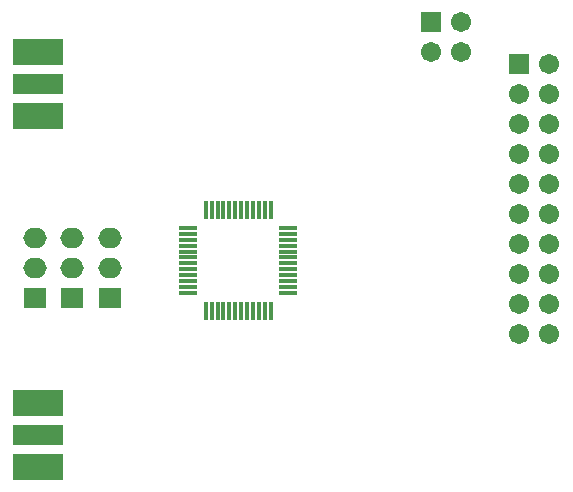
<source format=gts>
G04*
G04 #@! TF.GenerationSoftware,Altium Limited,Altium Designer,21.9.2 (33)*
G04*
G04 Layer_Color=8388736*
%FSLAX25Y25*%
%MOIN*%
G70*
G04*
G04 #@! TF.SameCoordinates,BDAA0F83-93E9-4538-AAC0-020DCC9D6774*
G04*
G04*
G04 #@! TF.FilePolarity,Negative*
G04*
G01*
G75*
%ADD18O,0.06299X0.01457*%
%ADD19O,0.01457X0.06299*%
%ADD20R,0.16548X0.08674*%
%ADD21R,0.16548X0.06706*%
%ADD22R,0.06706X0.06706*%
%ADD23C,0.06706*%
%ADD24O,0.07800X0.06800*%
%ADD25R,0.07800X0.06800*%
D18*
X270536Y204343D02*
D03*
X270536Y202374D02*
D03*
Y200406D02*
D03*
Y198437D02*
D03*
Y196469D02*
D03*
Y194500D02*
D03*
Y192532D02*
D03*
Y190563D02*
D03*
Y188595D02*
D03*
Y186626D02*
D03*
Y184658D02*
D03*
X270536Y182689D02*
D03*
X304000D02*
D03*
X304000Y184658D02*
D03*
Y186626D02*
D03*
Y188595D02*
D03*
Y190563D02*
D03*
Y192532D02*
D03*
Y194500D02*
D03*
Y196469D02*
D03*
Y198437D02*
D03*
Y200406D02*
D03*
Y202374D02*
D03*
X304000Y204343D02*
D03*
D19*
X276441Y176784D02*
D03*
X278410Y176784D02*
D03*
X280378D02*
D03*
X282347D02*
D03*
X284315D02*
D03*
X286284D02*
D03*
X288252D02*
D03*
X290221D02*
D03*
X292189D02*
D03*
X294158D02*
D03*
X296126D02*
D03*
X298095Y176784D02*
D03*
Y210248D02*
D03*
X296126Y210248D02*
D03*
X294158D02*
D03*
X292189D02*
D03*
X290221D02*
D03*
X288252D02*
D03*
X286284D02*
D03*
X284315D02*
D03*
X282347D02*
D03*
X280378D02*
D03*
X278410D02*
D03*
X276441Y210248D02*
D03*
D20*
X220700Y145830D02*
D03*
X220700Y124570D02*
D03*
Y263030D02*
D03*
X220700Y241770D02*
D03*
D21*
Y135200D02*
D03*
Y252400D02*
D03*
D22*
X381000Y259000D02*
D03*
X351500Y273000D02*
D03*
D23*
X391000Y259000D02*
D03*
X381000Y249000D02*
D03*
X391000D02*
D03*
X381000Y239000D02*
D03*
X391000Y239000D02*
D03*
X381000Y229000D02*
D03*
X391000D02*
D03*
X381000Y219000D02*
D03*
X391000D02*
D03*
X381000Y209000D02*
D03*
X391000D02*
D03*
X381000Y199000D02*
D03*
X391000Y199000D02*
D03*
X381000Y189000D02*
D03*
X391000D02*
D03*
X381000Y179000D02*
D03*
X391000D02*
D03*
X381000Y169000D02*
D03*
X391000D02*
D03*
X361500Y273000D02*
D03*
X351500Y263000D02*
D03*
X361500D02*
D03*
D24*
X219500Y200900D02*
D03*
Y190900D02*
D03*
X231950Y200900D02*
D03*
Y190900D02*
D03*
X244400Y200900D02*
D03*
Y190900D02*
D03*
D25*
X219500Y180900D02*
D03*
X231950D02*
D03*
X244400D02*
D03*
M02*

</source>
